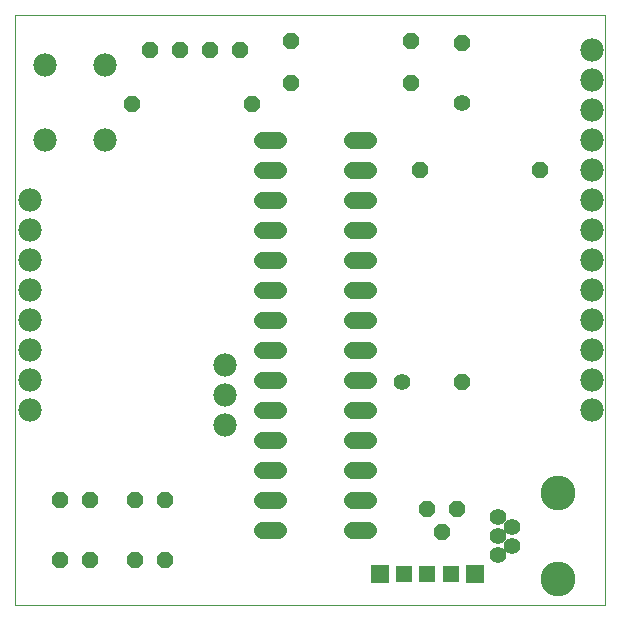
<source format=gbs>
G75*
%MOIN*%
%OFA0B0*%
%FSLAX25Y25*%
%IPPOS*%
%LPD*%
%AMOC8*
5,1,8,0,0,1.08239X$1,22.5*
%
%ADD10C,0.00000*%
%ADD11OC8,0.05600*%
%ADD12C,0.05600*%
%ADD13C,0.05550*%
%ADD14C,0.11620*%
%ADD15C,0.07800*%
%ADD16C,0.05600*%
%ADD17R,0.06337X0.06337*%
%ADD18R,0.05550X0.05550*%
D10*
X0006300Y0007048D02*
X0006300Y0203898D01*
X0203150Y0203898D01*
X0203150Y0007048D01*
X0006300Y0007048D01*
D11*
X0021300Y0022048D03*
X0031300Y0022048D03*
X0046300Y0022048D03*
X0056300Y0022048D03*
X0056300Y0042048D03*
X0046300Y0042048D03*
X0031300Y0042048D03*
X0021300Y0042048D03*
X0141300Y0152048D03*
X0138300Y0181048D03*
X0138300Y0195048D03*
X0155300Y0194548D03*
X0181300Y0152048D03*
X0155300Y0081548D03*
X0153800Y0039048D03*
X0148800Y0031548D03*
X0143800Y0039048D03*
X0085300Y0174048D03*
X0098300Y0181048D03*
X0098300Y0195048D03*
X0081300Y0192048D03*
X0071300Y0192048D03*
X0061300Y0192048D03*
X0051300Y0192048D03*
X0045300Y0174048D03*
D12*
X0135300Y0081548D03*
X0155300Y0174548D03*
D13*
X0167221Y0036347D03*
X0171946Y0033198D03*
X0167221Y0030048D03*
X0171946Y0026898D03*
X0167221Y0023749D03*
D14*
X0187300Y0015678D03*
X0187300Y0044418D03*
D15*
X0198800Y0072048D03*
X0198800Y0082048D03*
X0198800Y0092048D03*
X0198800Y0102048D03*
X0198800Y0112048D03*
X0198800Y0122048D03*
X0198800Y0132048D03*
X0198800Y0142048D03*
X0198800Y0152048D03*
X0198800Y0162048D03*
X0198800Y0172048D03*
X0198800Y0182048D03*
X0198800Y0192048D03*
X0076300Y0087048D03*
X0076300Y0077048D03*
X0076300Y0067048D03*
X0011300Y0072048D03*
X0011300Y0082048D03*
X0011300Y0092048D03*
X0011300Y0102048D03*
X0011300Y0112048D03*
X0011300Y0122048D03*
X0011300Y0132048D03*
X0011300Y0142048D03*
X0016300Y0162048D03*
X0036300Y0162048D03*
X0036300Y0187048D03*
X0016300Y0187048D03*
D16*
X0088700Y0162048D02*
X0093900Y0162048D01*
X0093900Y0152048D02*
X0088700Y0152048D01*
X0088700Y0142048D02*
X0093900Y0142048D01*
X0093900Y0132048D02*
X0088700Y0132048D01*
X0088700Y0122048D02*
X0093900Y0122048D01*
X0093900Y0112048D02*
X0088700Y0112048D01*
X0088700Y0102048D02*
X0093900Y0102048D01*
X0093900Y0092048D02*
X0088700Y0092048D01*
X0088700Y0082048D02*
X0093900Y0082048D01*
X0093900Y0072048D02*
X0088700Y0072048D01*
X0088700Y0062048D02*
X0093900Y0062048D01*
X0093900Y0052048D02*
X0088700Y0052048D01*
X0088700Y0042048D02*
X0093900Y0042048D01*
X0093900Y0032048D02*
X0088700Y0032048D01*
X0118700Y0032048D02*
X0123900Y0032048D01*
X0123900Y0042048D02*
X0118700Y0042048D01*
X0118700Y0052048D02*
X0123900Y0052048D01*
X0123900Y0062048D02*
X0118700Y0062048D01*
X0118700Y0072048D02*
X0123900Y0072048D01*
X0123900Y0082048D02*
X0118700Y0082048D01*
X0118700Y0092048D02*
X0123900Y0092048D01*
X0123900Y0102048D02*
X0118700Y0102048D01*
X0118700Y0112048D02*
X0123900Y0112048D01*
X0123900Y0122048D02*
X0118700Y0122048D01*
X0118700Y0132048D02*
X0123900Y0132048D01*
X0123900Y0142048D02*
X0118700Y0142048D01*
X0118700Y0152048D02*
X0123900Y0152048D01*
X0123900Y0162048D02*
X0118700Y0162048D01*
D17*
X0128052Y0017548D03*
X0159548Y0017548D03*
D18*
X0151674Y0017548D03*
X0143800Y0017548D03*
X0135926Y0017548D03*
M02*

</source>
